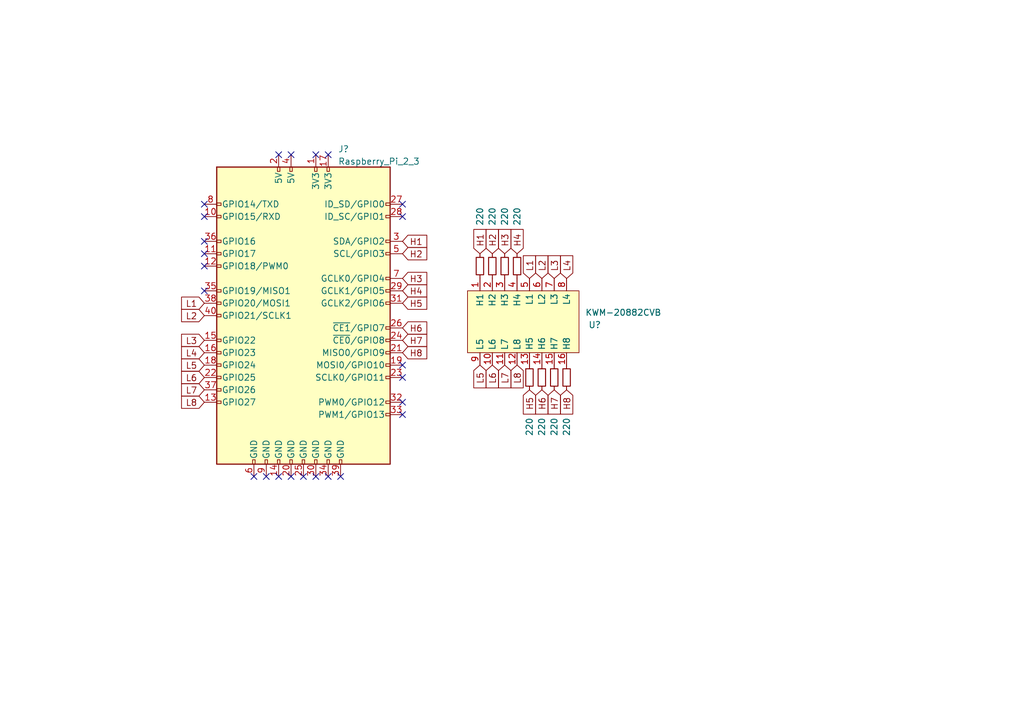
<source format=kicad_sch>
(kicad_sch (version 20211123) (generator eeschema)
  (paper "A5")
  (lib_symbols
    (symbol "Connector:Raspberry_Pi_2_3" (pin_names (offset 1.016))
      (property "Reference" "J" (at -17.78 31.75 0))
      (property "Value" "Raspberry_Pi_2_3" (at 10.16 -31.75 0))
      (symbol "Raspberry_Pi_2_3_0_1"
        (rectangle (start -17.78 30.48) (end 17.78 -30.48) (stroke (width 0.254)) (fill (type background)))
      )
      (symbol "Raspberry_Pi_2_3_1_1"
        (rectangle (start -16.891 -17.526) (end -17.78 -18.034))
        (rectangle (start -16.891 -14.986) (end -17.78 -15.494))
        (rectangle (start -16.891 -12.446) (end -17.78 -12.954))
        (rectangle (start -16.891 -9.906) (end -17.78 -10.414))
        (rectangle (start -16.891 -7.366) (end -17.78 -7.874))
        (rectangle (start -16.891 -4.826) (end -17.78 -5.334))
        (rectangle (start -16.891 0.254) (end -17.78 -0.254))
        (rectangle (start -16.891 2.794) (end -17.78 2.286))
        (rectangle (start -16.891 5.334) (end -17.78 4.826))
        (rectangle (start -16.891 10.414) (end -17.78 9.906))
        (rectangle (start -16.891 12.954) (end -17.78 12.446))
        (rectangle (start -16.891 15.494) (end -17.78 14.986))
        (rectangle (start -16.891 20.574) (end -17.78 20.066))
        (rectangle (start -16.891 23.114) (end -17.78 22.606))
        (rectangle (start -10.414 -29.591) (end -9.906 -30.48))
        (rectangle (start -7.874 -29.591) (end -7.366 -30.48))
        (rectangle (start -5.334 -29.591) (end -4.826 -30.48))
        (rectangle (start -5.334 30.48) (end -4.826 29.591))
        (rectangle (start -2.794 -29.591) (end -2.286 -30.48))
        (rectangle (start -2.794 30.48) (end -2.286 29.591))
        (rectangle (start -0.254 -29.591) (end 0.254 -30.48))
        (rectangle (start 2.286 -29.591) (end 2.794 -30.48))
        (rectangle (start 2.286 30.48) (end 2.794 29.591))
        (rectangle (start 4.826 -29.591) (end 5.334 -30.48))
        (rectangle (start 4.826 30.48) (end 5.334 29.591))
        (rectangle (start 7.366 -29.591) (end 7.874 -30.48))
        (rectangle (start 17.78 -20.066) (end 16.891 -20.574))
        (rectangle (start 17.78 -17.526) (end 16.891 -18.034))
        (rectangle (start 17.78 -12.446) (end 16.891 -12.954))
        (rectangle (start 17.78 -9.906) (end 16.891 -10.414))
        (rectangle (start 17.78 -7.366) (end 16.891 -7.874))
        (rectangle (start 17.78 -4.826) (end 16.891 -5.334))
        (rectangle (start 17.78 -2.286) (end 16.891 -2.794))
        (rectangle (start 17.78 2.794) (end 16.891 2.286))
        (rectangle (start 17.78 5.334) (end 16.891 4.826))
        (rectangle (start 17.78 7.874) (end 16.891 7.366))
        (rectangle (start 17.78 12.954) (end 16.891 12.446))
        (rectangle (start 17.78 15.494) (end 16.891 14.986))
        (rectangle (start 17.78 20.574) (end 16.891 20.066))
        (rectangle (start 17.78 23.114) (end 16.891 22.606))
        (pin power_in line (at 2.54 33.02 270) (length 2.54) (name "3V3") (number "1"))
        (pin bidirectional line (at -20.32 20.32 0) (length 2.54) (name "GPIO15/RXD") (number "10"))
        (pin bidirectional line (at -20.32 12.7 0) (length 2.54) (name "GPIO17") (number "11"))
        (pin bidirectional line (at -20.32 10.16 0) (length 2.54) (name "GPIO18/PWM0") (number "12"))
        (pin bidirectional line (at -20.32 -17.78 0) (length 2.54) (name "GPIO27") (number "13"))
        (pin power_in line (at -5.08 -33.02 90) (length 2.54) (name "GND") (number "14"))
        (pin bidirectional line (at -20.32 -5.08 0) (length 2.54) (name "GPIO22") (number "15"))
        (pin bidirectional line (at -20.32 -7.62 0) (length 2.54) (name "GPIO23") (number "16"))
        (pin power_in line (at 5.08 33.02 270) (length 2.54) (name "3V3") (number "17"))
        (pin bidirectional line (at -20.32 -10.16 0) (length 2.54) (name "GPIO24") (number "18"))
        (pin bidirectional line (at 20.32 -10.16 180) (length 2.54) (name "MOSI0/GPIO10") (number "19"))
        (pin power_in line (at -5.08 33.02 270) (length 2.54) (name "5V") (number "2"))
        (pin power_in line (at -2.54 -33.02 90) (length 2.54) (name "GND") (number "20"))
        (pin bidirectional line (at 20.32 -7.62 180) (length 2.54) (name "MISO0/GPIO9") (number "21"))
        (pin bidirectional line (at -20.32 -12.7 0) (length 2.54) (name "GPIO25") (number "22"))
        (pin bidirectional line (at 20.32 -12.7 180) (length 2.54) (name "SCLK0/GPIO11") (number "23"))
        (pin bidirectional line (at 20.32 -5.08 180) (length 2.54) (name "~{CE0}/GPIO8") (number "24"))
        (pin power_in line (at 0 -33.02 90) (length 2.54) (name "GND") (number "25"))
        (pin bidirectional line (at 20.32 -2.54 180) (length 2.54) (name "~{CE1}/GPIO7") (number "26"))
        (pin bidirectional line (at 20.32 22.86 180) (length 2.54) (name "ID_SD/GPIO0") (number "27"))
        (pin bidirectional line (at 20.32 20.32 180) (length 2.54) (name "ID_SC/GPIO1") (number "28"))
        (pin bidirectional line (at 20.32 5.08 180) (length 2.54) (name "GCLK1/GPIO5") (number "29"))
        (pin bidirectional line (at 20.32 15.24 180) (length 2.54) (name "SDA/GPIO2") (number "3"))
        (pin power_in line (at 2.54 -33.02 90) (length 2.54) (name "GND") (number "30"))
        (pin bidirectional line (at 20.32 2.54 180) (length 2.54) (name "GCLK2/GPIO6") (number "31"))
        (pin bidirectional line (at 20.32 -17.78 180) (length 2.54) (name "PWM0/GPIO12") (number "32"))
        (pin bidirectional line (at 20.32 -20.32 180) (length 2.54) (name "PWM1/GPIO13") (number "33"))
        (pin power_in line (at 5.08 -33.02 90) (length 2.54) (name "GND") (number "34"))
        (pin bidirectional line (at -20.32 5.08 0) (length 2.54) (name "GPIO19/MISO1") (number "35"))
        (pin bidirectional line (at -20.32 15.24 0) (length 2.54) (name "GPIO16") (number "36"))
        (pin bidirectional line (at -20.32 -15.24 0) (length 2.54) (name "GPIO26") (number "37"))
        (pin bidirectional line (at -20.32 2.54 0) (length 2.54) (name "GPIO20/MOSI1") (number "38"))
        (pin power_in line (at 7.62 -33.02 90) (length 2.54) (name "GND") (number "39"))
        (pin power_in line (at -2.54 33.02 270) (length 2.54) (name "5V") (number "4"))
        (pin bidirectional line (at -20.32 0 0) (length 2.54) (name "GPIO21/SCLK1") (number "40"))
        (pin bidirectional line (at 20.32 12.7 180) (length 2.54) (name "SCL/GPIO3") (number "5"))
        (pin power_in line (at -10.16 -33.02 90) (length 2.54) (name "GND") (number "6"))
        (pin bidirectional line (at 20.32 7.62 180) (length 2.54) (name "GCLK0/GPIO4") (number "7"))
        (pin bidirectional line (at -20.32 22.86 0) (length 2.54) (name "GPIO14/TXD") (number "8"))
        (pin power_in line (at -7.62 -33.02 90) (length 2.54) (name "GND") (number "9"))
      )
    )
    (symbol "Device:R_Small" (pin_numbers hide) (pin_names (offset 0.254) hide)
      (property "Reference" "R" (at 0.762 0.508 0))
      (property "Value" "R_Small" (at 0.762 -1.016 0))
      (symbol "R_Small_0_1"
        (rectangle (start -0.762 1.778) (end 0.762 -1.778) (stroke (width 0.2032)))
      )
      (symbol "R_Small_1_1"
        (pin passive line (at 0 2.54 270) (length 0.762) (name "~") (number "1"))
        (pin passive line (at 0 -2.54 90) (length 0.762) (name "~") (number "2"))
      )
    )
    (symbol "SamacSys_Parts:KWM-20882CVB"
      (property "Reference" "U" (at 0 0 0))
      (property "Value" "KWM-20882CVB" (at 0 2.54 0))
      (symbol "KWM-20882CVB_0_1"
        (rectangle (start -11.43 -10.16) (end 11.43 -22.86) (stroke (width 0.1524)) (fill (type background)))
      )
      (symbol "KWM-20882CVB_1_1"
        (pin input line (at -8.89 -7.62 270) (length 2.54) (name "H1") (number "1"))
        (pin output line (at -6.35 -25.4 90) (length 2.54) (name "L6") (number "10"))
        (pin output line (at -3.81 -25.4 90) (length 2.54) (name "L7") (number "11"))
        (pin output line (at -1.27 -25.4 90) (length 2.54) (name "L8") (number "12"))
        (pin input line (at 1.27 -25.4 90) (length 2.54) (name "H5") (number "13"))
        (pin input line (at 3.81 -25.4 90) (length 2.54) (name "H6") (number "14"))
        (pin input line (at 6.35 -25.4 90) (length 2.54) (name "H7") (number "15"))
        (pin input line (at 8.89 -25.4 90) (length 2.54) (name "H8") (number "16"))
        (pin input line (at -6.35 -7.62 270) (length 2.54) (name "H2") (number "2"))
        (pin input line (at -3.81 -7.62 270) (length 2.54) (name "H3") (number "3"))
        (pin input line (at -1.27 -7.62 270) (length 2.54) (name "H4") (number "4"))
        (pin output line (at 1.27 -7.62 270) (length 2.54) (name "L1") (number "5"))
        (pin output line (at 3.81 -7.62 270) (length 2.54) (name "L2") (number "6"))
        (pin output line (at 6.35 -7.62 270) (length 2.54) (name "L3") (number "7"))
        (pin output line (at 8.89 -7.62 270) (length 2.54) (name "L4") (number "8"))
        (pin output line (at -8.89 -25.4 90) (length 2.54) (name "L5") (number "9"))
      )
    )
  )
  (no_connect (at 41.91 59.69))
  (no_connect (at 82.55 41.91))
  (no_connect (at 67.31 31.75))
  (no_connect (at 64.77 31.75))
  (no_connect (at 57.15 31.75))
  (no_connect (at 59.69 31.75))
  (no_connect (at 41.91 44.45))
  (no_connect (at 41.91 54.61))
  (no_connect (at 41.91 52.07))
  (no_connect (at 41.91 49.53))
  (no_connect (at 41.91 41.91))
  (no_connect (at 64.77 97.79))
  (no_connect (at 57.15 97.79))
  (no_connect (at 69.85 97.79))
  (no_connect (at 52.07 97.79))
  (no_connect (at 67.31 97.79))
  (no_connect (at 62.23 97.79))
  (no_connect (at 59.69 97.79))
  (no_connect (at 54.61 97.79))
  (no_connect (at 82.55 74.93))
  (no_connect (at 82.55 85.09))
  (no_connect (at 82.55 82.55))
  (no_connect (at 82.55 77.47))
  (no_connect (at 82.55 44.45))
  (global_label "H3" (shape input) (at 82.55 57.15 0) (property "Intersheet References" "${INTERSHEET_REFS}" (effects hide)))
  (global_label "L8" (shape input) (at 41.91 82.55 180) (property "Intersheet References" "${INTERSHEET_REFS}" (effects hide)))
  (global_label "H1" (shape input) (at 98.425 52.07 90) (property "Intersheet References" "${INTERSHEET_REFS}" (effects hide)))
  (global_label "L6" (shape input) (at 100.965 74.93 270) (property "Intersheet References" "${INTERSHEET_REFS}" (effects hide)))
  (global_label "L1" (shape input) (at 41.91 62.23 180) (property "Intersheet References" "${INTERSHEET_REFS}" (effects hide)))
  (global_label "L4" (shape input) (at 41.91 72.39 180) (property "Intersheet References" "${INTERSHEET_REFS}" (effects hide)))
  (global_label "H4" (shape input) (at 106.045 52.07 90) (property "Intersheet References" "${INTERSHEET_REFS}" (effects hide)))
  (global_label "H7" (shape input) (at 113.665 80.01 270) (property "Intersheet References" "${INTERSHEET_REFS}" (effects hide)))
  (global_label "L6" (shape input) (at 41.91 77.47 180) (property "Intersheet References" "${INTERSHEET_REFS}" (effects hide)))
  (global_label "H4" (shape input) (at 82.55 59.69 0) (property "Intersheet References" "${INTERSHEET_REFS}" (effects hide)))
  (global_label "H8" (shape input) (at 82.55 72.39 0) (property "Intersheet References" "${INTERSHEET_REFS}" (effects hide)))
  (global_label "L2" (shape input) (at 111.125 57.15 90) (property "Intersheet References" "${INTERSHEET_REFS}" (effects hide)))
  (global_label "L5" (shape input) (at 41.91 74.93 180) (property "Intersheet References" "${INTERSHEET_REFS}" (effects hide)))
  (global_label "H3" (shape input) (at 103.505 52.07 90) (property "Intersheet References" "${INTERSHEET_REFS}" (effects hide)))
  (global_label "H1" (shape input) (at 82.55 49.53 0) (property "Intersheet References" "${INTERSHEET_REFS}" (effects hide)))
  (global_label "L3" (shape input) (at 113.665 57.15 90) (property "Intersheet References" "${INTERSHEET_REFS}" (effects hide)))
  (global_label "L5" (shape input) (at 98.425 74.93 270) (property "Intersheet References" "${INTERSHEET_REFS}" (effects hide)))
  (global_label "L7" (shape input) (at 103.505 74.93 270) (property "Intersheet References" "${INTERSHEET_REFS}" (effects hide)))
  (global_label "L2" (shape input) (at 41.91 64.77 180) (property "Intersheet References" "${INTERSHEET_REFS}" (effects hide)))
  (global_label "L4" (shape input) (at 116.205 57.15 90) (property "Intersheet References" "${INTERSHEET_REFS}" (effects hide)))
  (global_label "H8" (shape input) (at 116.205 80.01 270) (property "Intersheet References" "${INTERSHEET_REFS}" (effects hide)))
  (global_label "H5" (shape input) (at 108.585 80.01 270) (property "Intersheet References" "${INTERSHEET_REFS}" (effects hide)))
  (global_label "L3" (shape input) (at 41.91 69.85 180) (property "Intersheet References" "${INTERSHEET_REFS}" (effects hide)))
  (global_label "H2" (shape input) (at 100.965 52.07 90) (property "Intersheet References" "${INTERSHEET_REFS}" (effects hide)))
  (global_label "H2" (shape input) (at 82.55 52.07 0) (property "Intersheet References" "${INTERSHEET_REFS}" (effects hide)))
  (global_label "H5" (shape input) (at 82.55 62.23 0) (property "Intersheet References" "${INTERSHEET_REFS}" (effects hide)))
  (global_label "H6" (shape input) (at 111.125 80.01 270) (property "Intersheet References" "${INTERSHEET_REFS}" (effects hide)))
  (global_label "H6" (shape input) (at 82.55 67.31 0) (property "Intersheet References" "${INTERSHEET_REFS}" (effects hide)))
  (global_label "L7" (shape input) (at 41.91 80.01 180) (property "Intersheet References" "${INTERSHEET_REFS}" (effects hide)))
  (global_label "L8" (shape input) (at 106.045 74.93 270) (property "Intersheet References" "${INTERSHEET_REFS}" (effects hide)))
  (global_label "H7" (shape input) (at 82.55 69.85 0) (property "Intersheet References" "${INTERSHEET_REFS}" (effects hide)))
  (global_label "L1" (shape input) (at 108.585 57.15 90) (property "Intersheet References" "${INTERSHEET_REFS}" (effects hide)))
  (symbol (lib_id "Device:R_Small") (at 116.205 77.47 0) (unit 1)
    (property "Reference" "R?" (effects hide))
    (property "Value" "220" (at 116.205 89.535 90) (effects (justify left)))
  )
  (symbol (lib_id "Device:R_Small") (at 111.125 77.47 0) (unit 1)
    (property "Reference" "R?" (effects hide))
    (property "Value" "220" (at 111.125 89.535 90) (effects (justify left)))
  )
  (symbol (lib_id "Connector:Raspberry_Pi_2_3") (at 62.23 64.77 0) (unit 1)
    (property "Reference" "J?" (at 69.3294 30.5902 0) (effects (justify left)))
    (property "Value" "Raspberry_Pi_2_3" (at 69.3294 33.1271 0) (effects (justify left)))
    (property "Datasheet" "https://www.raspberrypi.org/documentation/hardware/raspberrypi/schematics/rpi_SCH_3bplus_1p0_reduced.pdf" (effects hide))
  )
  (symbol (lib_id "SamacSys_Parts:KWM-20882CVB") (at 107.315 49.53 0) (unit 1)
    (property "Reference" "U?" (at 120.65 66.675 0) (effects (justify left)))
    (property "Value" "KWM-20882CVB" (at 120.015 64.135 0) (effects (justify left)))
  )
  (symbol (lib_id "Device:R_Small") (at 98.425 54.61 0) (unit 1)
    (property "Reference" "R?" (effects hide))
    (property "Value" "220" (at 98.425 46.355 90) (effects (justify left)))
  )
  (symbol (lib_id "Device:R_Small") (at 103.505 54.61 0) (unit 1)
    (property "Reference" "R?" (effects hide))
    (property "Value" "220" (at 103.505 46.355 90) (effects (justify left)))
  )
  (symbol (lib_id "Device:R_Small") (at 100.965 54.61 0) (unit 1)
    (property "Reference" "R?" (effects hide))
    (property "Value" "220" (at 100.965 46.355 90) (effects (justify left)))
  )
  (symbol (lib_id "Device:R_Small") (at 108.585 77.47 0) (unit 1)
    (property "Reference" "R?" (effects hide))
    (property "Value" "220" (at 108.585 89.535 90) (effects (justify left)))
  )
  (symbol (lib_id "Device:R_Small") (at 106.045 54.61 0) (unit 1)
    (property "Reference" "R?" (effects hide))
    (property "Value" "220" (at 106.045 46.355 90) (effects (justify left)))
  )
  (symbol (lib_id "Device:R_Small") (at 113.665 77.47 0) (unit 1)
    (property "Reference" "R?" (effects hide))
    (property "Value" "220" (at 113.665 89.535 90) (effects (justify left)))
  )
)
</source>
